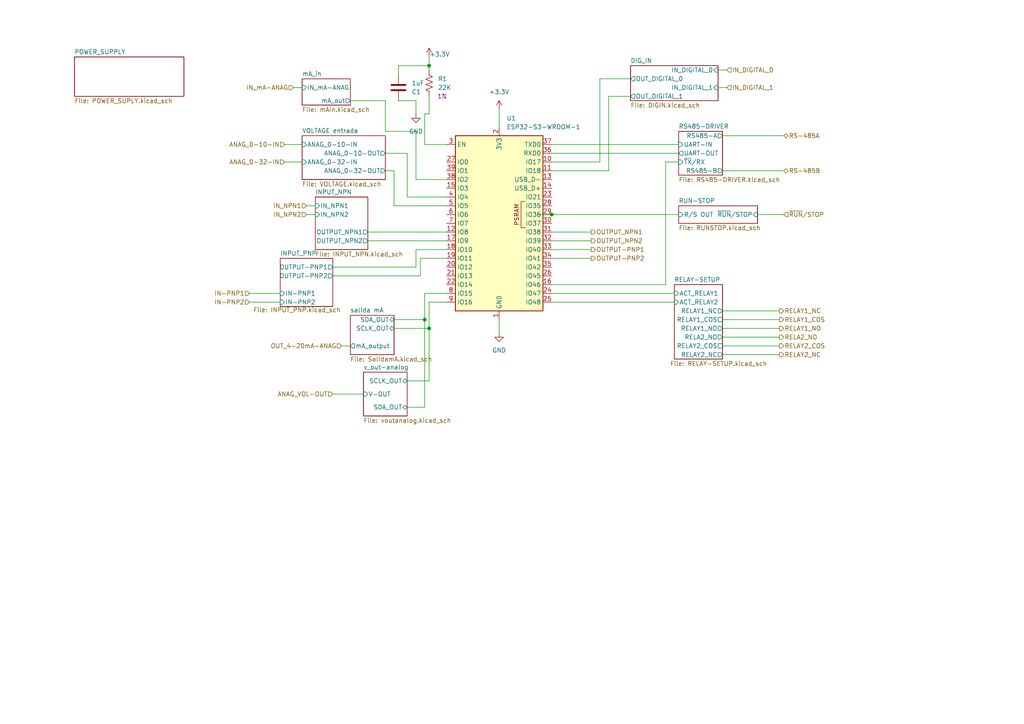
<source format=kicad_sch>
(kicad_sch
	(version 20250114)
	(generator "eeschema")
	(generator_version "9.0")
	(uuid "0f7374b7-d313-4735-b4fb-41d9c6e14ba0")
	(paper "A4")
	(lib_symbols
		(symbol "Device:R_US"
			(pin_numbers
				(hide yes)
			)
			(pin_names
				(offset 0)
			)
			(exclude_from_sim no)
			(in_bom yes)
			(on_board yes)
			(property "Reference" "R"
				(at 2.54 0 90)
				(effects
					(font
						(size 1.27 1.27)
					)
				)
			)
			(property "Value" "R_US"
				(at -2.54 0 90)
				(effects
					(font
						(size 1.27 1.27)
					)
				)
			)
			(property "Footprint" ""
				(at 1.016 -0.254 90)
				(effects
					(font
						(size 1.27 1.27)
					)
					(hide yes)
				)
			)
			(property "Datasheet" "~"
				(at 0 0 0)
				(effects
					(font
						(size 1.27 1.27)
					)
					(hide yes)
				)
			)
			(property "Description" "Resistor, US symbol"
				(at 0 0 0)
				(effects
					(font
						(size 1.27 1.27)
					)
					(hide yes)
				)
			)
			(property "ki_keywords" "R res resistor"
				(at 0 0 0)
				(effects
					(font
						(size 1.27 1.27)
					)
					(hide yes)
				)
			)
			(property "ki_fp_filters" "R_*"
				(at 0 0 0)
				(effects
					(font
						(size 1.27 1.27)
					)
					(hide yes)
				)
			)
			(symbol "R_US_0_1"
				(polyline
					(pts
						(xy 0 2.286) (xy 0 2.54)
					)
					(stroke
						(width 0)
						(type default)
					)
					(fill
						(type none)
					)
				)
				(polyline
					(pts
						(xy 0 2.286) (xy 1.016 1.905) (xy 0 1.524) (xy -1.016 1.143) (xy 0 0.762)
					)
					(stroke
						(width 0)
						(type default)
					)
					(fill
						(type none)
					)
				)
				(polyline
					(pts
						(xy 0 0.762) (xy 1.016 0.381) (xy 0 0) (xy -1.016 -0.381) (xy 0 -0.762)
					)
					(stroke
						(width 0)
						(type default)
					)
					(fill
						(type none)
					)
				)
				(polyline
					(pts
						(xy 0 -0.762) (xy 1.016 -1.143) (xy 0 -1.524) (xy -1.016 -1.905) (xy 0 -2.286)
					)
					(stroke
						(width 0)
						(type default)
					)
					(fill
						(type none)
					)
				)
				(polyline
					(pts
						(xy 0 -2.286) (xy 0 -2.54)
					)
					(stroke
						(width 0)
						(type default)
					)
					(fill
						(type none)
					)
				)
			)
			(symbol "R_US_1_1"
				(pin passive line
					(at 0 3.81 270)
					(length 1.27)
					(name "~"
						(effects
							(font
								(size 1.27 1.27)
							)
						)
					)
					(number "1"
						(effects
							(font
								(size 1.27 1.27)
							)
						)
					)
				)
				(pin passive line
					(at 0 -3.81 90)
					(length 1.27)
					(name "~"
						(effects
							(font
								(size 1.27 1.27)
							)
						)
					)
					(number "2"
						(effects
							(font
								(size 1.27 1.27)
							)
						)
					)
				)
			)
			(embedded_fonts no)
		)
		(symbol "PCM_4ms_Power-symbol:+3.3V"
			(power)
			(pin_names
				(offset 0)
			)
			(exclude_from_sim no)
			(in_bom yes)
			(on_board yes)
			(property "Reference" "#PWR"
				(at 0 -3.81 0)
				(effects
					(font
						(size 1.27 1.27)
					)
					(hide yes)
				)
			)
			(property "Value" "+3.3V"
				(at 0 3.556 0)
				(effects
					(font
						(size 1.27 1.27)
					)
				)
			)
			(property "Footprint" ""
				(at 0 0 0)
				(effects
					(font
						(size 1.27 1.27)
					)
					(hide yes)
				)
			)
			(property "Datasheet" ""
				(at 0 0 0)
				(effects
					(font
						(size 1.27 1.27)
					)
					(hide yes)
				)
			)
			(property "Description" ""
				(at 0 0 0)
				(effects
					(font
						(size 1.27 1.27)
					)
					(hide yes)
				)
			)
			(symbol "+3.3V_0_1"
				(polyline
					(pts
						(xy -0.762 1.27) (xy 0 2.54)
					)
					(stroke
						(width 0)
						(type default)
					)
					(fill
						(type none)
					)
				)
				(polyline
					(pts
						(xy 0 2.54) (xy 0.762 1.27)
					)
					(stroke
						(width 0)
						(type default)
					)
					(fill
						(type none)
					)
				)
				(polyline
					(pts
						(xy 0 0) (xy 0 2.54)
					)
					(stroke
						(width 0)
						(type default)
					)
					(fill
						(type none)
					)
				)
			)
			(symbol "+3.3V_1_1"
				(pin power_in line
					(at 0 0 90)
					(length 0)
					(hide yes)
					(name "+3V3"
						(effects
							(font
								(size 1.27 1.27)
							)
						)
					)
					(number "1"
						(effects
							(font
								(size 1.27 1.27)
							)
						)
					)
				)
			)
			(embedded_fonts no)
		)
		(symbol "PCM_Capacitor_AKL:C_0603"
			(pin_numbers
				(hide yes)
			)
			(pin_names
				(offset 0.254)
			)
			(exclude_from_sim no)
			(in_bom yes)
			(on_board yes)
			(property "Reference" "C"
				(at 0.635 2.54 0)
				(effects
					(font
						(size 1.27 1.27)
					)
					(justify left)
				)
			)
			(property "Value" "C_0603"
				(at 0.635 -2.54 0)
				(effects
					(font
						(size 1.27 1.27)
					)
					(justify left)
				)
			)
			(property "Footprint" "PCM_Capacitor_SMD_AKL:C_0603_1608Metric"
				(at 0.9652 -3.81 0)
				(effects
					(font
						(size 1.27 1.27)
					)
					(hide yes)
				)
			)
			(property "Datasheet" "~"
				(at 0 0 0)
				(effects
					(font
						(size 1.27 1.27)
					)
					(hide yes)
				)
			)
			(property "Description" "SMD 0603 MLCC capacitor, Alternate KiCad Library"
				(at 0 0 0)
				(effects
					(font
						(size 1.27 1.27)
					)
					(hide yes)
				)
			)
			(property "ki_keywords" "cap capacitor ceramic chip mlcc smd 0603"
				(at 0 0 0)
				(effects
					(font
						(size 1.27 1.27)
					)
					(hide yes)
				)
			)
			(property "ki_fp_filters" "C_*"
				(at 0 0 0)
				(effects
					(font
						(size 1.27 1.27)
					)
					(hide yes)
				)
			)
			(symbol "C_0603_0_1"
				(polyline
					(pts
						(xy -2.032 0.762) (xy 2.032 0.762)
					)
					(stroke
						(width 0.508)
						(type default)
					)
					(fill
						(type none)
					)
				)
				(polyline
					(pts
						(xy -2.032 -0.762) (xy 2.032 -0.762)
					)
					(stroke
						(width 0.508)
						(type default)
					)
					(fill
						(type none)
					)
				)
			)
			(symbol "C_0603_0_2"
				(polyline
					(pts
						(xy -2.54 -2.54) (xy -0.381 -0.381)
					)
					(stroke
						(width 0)
						(type default)
					)
					(fill
						(type none)
					)
				)
				(polyline
					(pts
						(xy -0.508 -0.508) (xy -1.651 0.635)
					)
					(stroke
						(width 0.508)
						(type default)
					)
					(fill
						(type none)
					)
				)
				(polyline
					(pts
						(xy -0.508 -0.508) (xy 0.635 -1.651)
					)
					(stroke
						(width 0.508)
						(type default)
					)
					(fill
						(type none)
					)
				)
				(polyline
					(pts
						(xy 0.381 0.381) (xy 2.54 2.54)
					)
					(stroke
						(width 0)
						(type default)
					)
					(fill
						(type none)
					)
				)
				(polyline
					(pts
						(xy 0.508 0.508) (xy -0.635 1.651)
					)
					(stroke
						(width 0.508)
						(type default)
					)
					(fill
						(type none)
					)
				)
				(polyline
					(pts
						(xy 0.508 0.508) (xy 1.651 -0.635)
					)
					(stroke
						(width 0.508)
						(type default)
					)
					(fill
						(type none)
					)
				)
			)
			(symbol "C_0603_1_1"
				(pin passive line
					(at 0 3.81 270)
					(length 2.794)
					(name "~"
						(effects
							(font
								(size 1.27 1.27)
							)
						)
					)
					(number "1"
						(effects
							(font
								(size 1.27 1.27)
							)
						)
					)
				)
				(pin passive line
					(at 0 -3.81 90)
					(length 2.794)
					(name "~"
						(effects
							(font
								(size 1.27 1.27)
							)
						)
					)
					(number "2"
						(effects
							(font
								(size 1.27 1.27)
							)
						)
					)
				)
			)
			(symbol "C_0603_1_2"
				(pin passive line
					(at -2.54 -2.54 90)
					(length 0)
					(name "~"
						(effects
							(font
								(size 1.27 1.27)
							)
						)
					)
					(number "2"
						(effects
							(font
								(size 1.27 1.27)
							)
						)
					)
				)
				(pin passive line
					(at 2.54 2.54 270)
					(length 0)
					(name "~"
						(effects
							(font
								(size 1.27 1.27)
							)
						)
					)
					(number "1"
						(effects
							(font
								(size 1.27 1.27)
							)
						)
					)
				)
			)
			(embedded_fonts no)
		)
		(symbol "RF_Module:ESP32-S3-WROOM-1"
			(exclude_from_sim no)
			(in_bom yes)
			(on_board yes)
			(property "Reference" "U"
				(at -12.7 26.67 0)
				(effects
					(font
						(size 1.27 1.27)
					)
				)
			)
			(property "Value" "ESP32-S3-WROOM-1"
				(at 12.7 26.67 0)
				(effects
					(font
						(size 1.27 1.27)
					)
				)
			)
			(property "Footprint" "RF_Module:ESP32-S3-WROOM-1"
				(at 0 2.54 0)
				(effects
					(font
						(size 1.27 1.27)
					)
					(hide yes)
				)
			)
			(property "Datasheet" "https://www.espressif.com/sites/default/files/documentation/esp32-s3-wroom-1_wroom-1u_datasheet_en.pdf"
				(at 0 0 0)
				(effects
					(font
						(size 1.27 1.27)
					)
					(hide yes)
				)
			)
			(property "Description" "RF Module, ESP32-S3 SoC, Wi-Fi 802.11b/g/n, Bluetooth, BLE, 32-bit, 3.3V, onboard antenna, SMD"
				(at 0 0 0)
				(effects
					(font
						(size 1.27 1.27)
					)
					(hide yes)
				)
			)
			(property "ki_keywords" "RF Radio BT ESP ESP32-S3 Espressif onboard PCB antenna"
				(at 0 0 0)
				(effects
					(font
						(size 1.27 1.27)
					)
					(hide yes)
				)
			)
			(property "ki_fp_filters" "ESP32?S3?WROOM?1*"
				(at 0 0 0)
				(effects
					(font
						(size 1.27 1.27)
					)
					(hide yes)
				)
			)
			(symbol "ESP32-S3-WROOM-1_0_0"
				(rectangle
					(start -12.7 25.4)
					(end 12.7 -25.4)
					(stroke
						(width 0.254)
						(type default)
					)
					(fill
						(type background)
					)
				)
				(text "PSRAM"
					(at 5.08 2.54 900)
					(effects
						(font
							(size 1.27 1.27)
						)
					)
				)
			)
			(symbol "ESP32-S3-WROOM-1_0_1"
				(polyline
					(pts
						(xy 7.62 -1.27) (xy 6.35 -1.27) (xy 6.35 6.35) (xy 7.62 6.35)
					)
					(stroke
						(width 0)
						(type default)
					)
					(fill
						(type none)
					)
				)
			)
			(symbol "ESP32-S3-WROOM-1_1_1"
				(pin input line
					(at -15.24 22.86 0)
					(length 2.54)
					(name "EN"
						(effects
							(font
								(size 1.27 1.27)
							)
						)
					)
					(number "3"
						(effects
							(font
								(size 1.27 1.27)
							)
						)
					)
				)
				(pin bidirectional line
					(at -15.24 17.78 0)
					(length 2.54)
					(name "IO0"
						(effects
							(font
								(size 1.27 1.27)
							)
						)
					)
					(number "27"
						(effects
							(font
								(size 1.27 1.27)
							)
						)
					)
				)
				(pin bidirectional line
					(at -15.24 15.24 0)
					(length 2.54)
					(name "IO1"
						(effects
							(font
								(size 1.27 1.27)
							)
						)
					)
					(number "39"
						(effects
							(font
								(size 1.27 1.27)
							)
						)
					)
				)
				(pin bidirectional line
					(at -15.24 12.7 0)
					(length 2.54)
					(name "IO2"
						(effects
							(font
								(size 1.27 1.27)
							)
						)
					)
					(number "38"
						(effects
							(font
								(size 1.27 1.27)
							)
						)
					)
				)
				(pin bidirectional line
					(at -15.24 10.16 0)
					(length 2.54)
					(name "IO3"
						(effects
							(font
								(size 1.27 1.27)
							)
						)
					)
					(number "15"
						(effects
							(font
								(size 1.27 1.27)
							)
						)
					)
				)
				(pin bidirectional line
					(at -15.24 7.62 0)
					(length 2.54)
					(name "IO4"
						(effects
							(font
								(size 1.27 1.27)
							)
						)
					)
					(number "4"
						(effects
							(font
								(size 1.27 1.27)
							)
						)
					)
				)
				(pin bidirectional line
					(at -15.24 5.08 0)
					(length 2.54)
					(name "IO5"
						(effects
							(font
								(size 1.27 1.27)
							)
						)
					)
					(number "5"
						(effects
							(font
								(size 1.27 1.27)
							)
						)
					)
				)
				(pin bidirectional line
					(at -15.24 2.54 0)
					(length 2.54)
					(name "IO6"
						(effects
							(font
								(size 1.27 1.27)
							)
						)
					)
					(number "6"
						(effects
							(font
								(size 1.27 1.27)
							)
						)
					)
				)
				(pin bidirectional line
					(at -15.24 0 0)
					(length 2.54)
					(name "IO7"
						(effects
							(font
								(size 1.27 1.27)
							)
						)
					)
					(number "7"
						(effects
							(font
								(size 1.27 1.27)
							)
						)
					)
				)
				(pin bidirectional line
					(at -15.24 -2.54 0)
					(length 2.54)
					(name "IO8"
						(effects
							(font
								(size 1.27 1.27)
							)
						)
					)
					(number "12"
						(effects
							(font
								(size 1.27 1.27)
							)
						)
					)
				)
				(pin bidirectional line
					(at -15.24 -5.08 0)
					(length 2.54)
					(name "IO9"
						(effects
							(font
								(size 1.27 1.27)
							)
						)
					)
					(number "17"
						(effects
							(font
								(size 1.27 1.27)
							)
						)
					)
				)
				(pin bidirectional line
					(at -15.24 -7.62 0)
					(length 2.54)
					(name "IO10"
						(effects
							(font
								(size 1.27 1.27)
							)
						)
					)
					(number "18"
						(effects
							(font
								(size 1.27 1.27)
							)
						)
					)
				)
				(pin bidirectional line
					(at -15.24 -10.16 0)
					(length 2.54)
					(name "IO11"
						(effects
							(font
								(size 1.27 1.27)
							)
						)
					)
					(number "19"
						(effects
							(font
								(size 1.27 1.27)
							)
						)
					)
				)
				(pin bidirectional line
					(at -15.24 -12.7 0)
					(length 2.54)
					(name "IO12"
						(effects
							(font
								(size 1.27 1.27)
							)
						)
					)
					(number "20"
						(effects
							(font
								(size 1.27 1.27)
							)
						)
					)
				)
				(pin bidirectional line
					(at -15.24 -15.24 0)
					(length 2.54)
					(name "IO13"
						(effects
							(font
								(size 1.27 1.27)
							)
						)
					)
					(number "21"
						(effects
							(font
								(size 1.27 1.27)
							)
						)
					)
				)
				(pin bidirectional line
					(at -15.24 -17.78 0)
					(length 2.54)
					(name "IO14"
						(effects
							(font
								(size 1.27 1.27)
							)
						)
					)
					(number "22"
						(effects
							(font
								(size 1.27 1.27)
							)
						)
					)
				)
				(pin bidirectional line
					(at -15.24 -20.32 0)
					(length 2.54)
					(name "IO15"
						(effects
							(font
								(size 1.27 1.27)
							)
						)
					)
					(number "8"
						(effects
							(font
								(size 1.27 1.27)
							)
						)
					)
				)
				(pin bidirectional line
					(at -15.24 -22.86 0)
					(length 2.54)
					(name "IO16"
						(effects
							(font
								(size 1.27 1.27)
							)
						)
					)
					(number "9"
						(effects
							(font
								(size 1.27 1.27)
							)
						)
					)
				)
				(pin power_in line
					(at 0 27.94 270)
					(length 2.54)
					(name "3V3"
						(effects
							(font
								(size 1.27 1.27)
							)
						)
					)
					(number "2"
						(effects
							(font
								(size 1.27 1.27)
							)
						)
					)
				)
				(pin power_in line
					(at 0 -27.94 90)
					(length 2.54)
					(name "GND"
						(effects
							(font
								(size 1.27 1.27)
							)
						)
					)
					(number "1"
						(effects
							(font
								(size 1.27 1.27)
							)
						)
					)
				)
				(pin passive line
					(at 0 -27.94 90)
					(length 2.54)
					(hide yes)
					(name "GND"
						(effects
							(font
								(size 1.27 1.27)
							)
						)
					)
					(number "40"
						(effects
							(font
								(size 1.27 1.27)
							)
						)
					)
				)
				(pin passive line
					(at 0 -27.94 90)
					(length 2.54)
					(hide yes)
					(name "GND"
						(effects
							(font
								(size 1.27 1.27)
							)
						)
					)
					(number "41"
						(effects
							(font
								(size 1.27 1.27)
							)
						)
					)
				)
				(pin bidirectional line
					(at 15.24 22.86 180)
					(length 2.54)
					(name "TXD0"
						(effects
							(font
								(size 1.27 1.27)
							)
						)
					)
					(number "37"
						(effects
							(font
								(size 1.27 1.27)
							)
						)
					)
				)
				(pin bidirectional line
					(at 15.24 20.32 180)
					(length 2.54)
					(name "RXD0"
						(effects
							(font
								(size 1.27 1.27)
							)
						)
					)
					(number "36"
						(effects
							(font
								(size 1.27 1.27)
							)
						)
					)
				)
				(pin bidirectional line
					(at 15.24 17.78 180)
					(length 2.54)
					(name "IO17"
						(effects
							(font
								(size 1.27 1.27)
							)
						)
					)
					(number "10"
						(effects
							(font
								(size 1.27 1.27)
							)
						)
					)
				)
				(pin bidirectional line
					(at 15.24 15.24 180)
					(length 2.54)
					(name "IO18"
						(effects
							(font
								(size 1.27 1.27)
							)
						)
					)
					(number "11"
						(effects
							(font
								(size 1.27 1.27)
							)
						)
					)
				)
				(pin bidirectional line
					(at 15.24 12.7 180)
					(length 2.54)
					(name "USB_D-"
						(effects
							(font
								(size 1.27 1.27)
							)
						)
					)
					(number "13"
						(effects
							(font
								(size 1.27 1.27)
							)
						)
					)
					(alternate "IO19" bidirectional line)
				)
				(pin bidirectional line
					(at 15.24 10.16 180)
					(length 2.54)
					(name "USB_D+"
						(effects
							(font
								(size 1.27 1.27)
							)
						)
					)
					(number "14"
						(effects
							(font
								(size 1.27 1.27)
							)
						)
					)
					(alternate "IO20" bidirectional line)
				)
				(pin bidirectional line
					(at 15.24 7.62 180)
					(length 2.54)
					(name "IO21"
						(effects
							(font
								(size 1.27 1.27)
							)
						)
					)
					(number "23"
						(effects
							(font
								(size 1.27 1.27)
							)
						)
					)
				)
				(pin bidirectional line
					(at 15.24 5.08 180)
					(length 2.54)
					(name "IO35"
						(effects
							(font
								(size 1.27 1.27)
							)
						)
					)
					(number "28"
						(effects
							(font
								(size 1.27 1.27)
							)
						)
					)
				)
				(pin bidirectional line
					(at 15.24 2.54 180)
					(length 2.54)
					(name "IO36"
						(effects
							(font
								(size 1.27 1.27)
							)
						)
					)
					(number "29"
						(effects
							(font
								(size 1.27 1.27)
							)
						)
					)
				)
				(pin bidirectional line
					(at 15.24 0 180)
					(length 2.54)
					(name "IO37"
						(effects
							(font
								(size 1.27 1.27)
							)
						)
					)
					(number "30"
						(effects
							(font
								(size 1.27 1.27)
							)
						)
					)
				)
				(pin bidirectional line
					(at 15.24 -2.54 180)
					(length 2.54)
					(name "IO38"
						(effects
							(font
								(size 1.27 1.27)
							)
						)
					)
					(number "31"
						(effects
							(font
								(size 1.27 1.27)
							)
						)
					)
				)
				(pin bidirectional line
					(at 15.24 -5.08 180)
					(length 2.54)
					(name "IO39"
						(effects
							(font
								(size 1.27 1.27)
							)
						)
					)
					(number "32"
						(effects
							(font
								(size 1.27 1.27)
							)
						)
					)
				)
				(pin bidirectional line
					(at 15.24 -7.62 180)
					(length 2.54)
					(name "IO40"
						(effects
							(font
								(size 1.27 1.27)
							)
						)
					)
					(number "33"
						(effects
							(font
								(size 1.27 1.27)
							)
						)
					)
				)
				(pin bidirectional line
					(at 15.24 -10.16 180)
					(length 2.54)
					(name "IO41"
						(effects
							(font
								(size 1.27 1.27)
							)
						)
					)
					(number "34"
						(effects
							(font
								(size 1.27 1.27)
							)
						)
					)
				)
				(pin bidirectional line
					(at 15.24 -12.7 180)
					(length 2.54)
					(name "IO42"
						(effects
							(font
								(size 1.27 1.27)
							)
						)
					)
					(number "35"
						(effects
							(font
								(size 1.27 1.27)
							)
						)
					)
				)
				(pin bidirectional line
					(at 15.24 -15.24 180)
					(length 2.54)
					(name "IO45"
						(effects
							(font
								(size 1.27 1.27)
							)
						)
					)
					(number "26"
						(effects
							(font
								(size 1.27 1.27)
							)
						)
					)
				)
				(pin bidirectional line
					(at 15.24 -17.78 180)
					(length 2.54)
					(name "IO46"
						(effects
							(font
								(size 1.27 1.27)
							)
						)
					)
					(number "16"
						(effects
							(font
								(size 1.27 1.27)
							)
						)
					)
				)
				(pin bidirectional line
					(at 15.24 -20.32 180)
					(length 2.54)
					(name "IO47"
						(effects
							(font
								(size 1.27 1.27)
							)
						)
					)
					(number "24"
						(effects
							(font
								(size 1.27 1.27)
							)
						)
					)
				)
				(pin bidirectional line
					(at 15.24 -22.86 180)
					(length 2.54)
					(name "IO48"
						(effects
							(font
								(size 1.27 1.27)
							)
						)
					)
					(number "25"
						(effects
							(font
								(size 1.27 1.27)
							)
						)
					)
				)
			)
			(embedded_fonts no)
		)
		(symbol "power:GND"
			(power)
			(pin_numbers
				(hide yes)
			)
			(pin_names
				(offset 0)
				(hide yes)
			)
			(exclude_from_sim no)
			(in_bom yes)
			(on_board yes)
			(property "Reference" "#PWR"
				(at 0 -6.35 0)
				(effects
					(font
						(size 1.27 1.27)
					)
					(hide yes)
				)
			)
			(property "Value" "GND"
				(at 0 -3.81 0)
				(effects
					(font
						(size 1.27 1.27)
					)
				)
			)
			(property "Footprint" ""
				(at 0 0 0)
				(effects
					(font
						(size 1.27 1.27)
					)
					(hide yes)
				)
			)
			(property "Datasheet" ""
				(at 0 0 0)
				(effects
					(font
						(size 1.27 1.27)
					)
					(hide yes)
				)
			)
			(property "Description" "Power symbol creates a global label with name \"GND\" , ground"
				(at 0 0 0)
				(effects
					(font
						(size 1.27 1.27)
					)
					(hide yes)
				)
			)
			(property "ki_keywords" "global power"
				(at 0 0 0)
				(effects
					(font
						(size 1.27 1.27)
					)
					(hide yes)
				)
			)
			(symbol "GND_0_1"
				(polyline
					(pts
						(xy 0 0) (xy 0 -1.27) (xy 1.27 -1.27) (xy 0 -2.54) (xy -1.27 -1.27) (xy 0 -1.27)
					)
					(stroke
						(width 0)
						(type default)
					)
					(fill
						(type none)
					)
				)
			)
			(symbol "GND_1_1"
				(pin power_in line
					(at 0 0 270)
					(length 0)
					(name "~"
						(effects
							(font
								(size 1.27 1.27)
							)
						)
					)
					(number "1"
						(effects
							(font
								(size 1.27 1.27)
							)
						)
					)
				)
			)
			(embedded_fonts no)
		)
	)
	(junction
		(at 160.02 62.23)
		(diameter 0)
		(color 0 0 0 0)
		(uuid "5a334abc-2694-415a-96d2-4b31337bca0d")
	)
	(junction
		(at 124.46 19.05)
		(diameter 0)
		(color 0 0 0 0)
		(uuid "5c7966ed-a368-49f6-97a4-d318db61fbe2")
	)
	(junction
		(at 124.46 95.25)
		(diameter 0)
		(color 0 0 0 0)
		(uuid "892f2ab9-14ba-4016-8565-8470a4388fd1")
	)
	(junction
		(at 123.19 92.71)
		(diameter 0)
		(color 0 0 0 0)
		(uuid "c06294a4-bbf9-42fc-9597-0744bfe0109e")
	)
	(wire
		(pts
			(xy 82.55 46.99) (xy 87.63 46.99)
		)
		(stroke
			(width 0)
			(type default)
		)
		(uuid "036d04a8-e5d1-4bc1-af63-80f390d91c6d")
	)
	(wire
		(pts
			(xy 118.11 57.15) (xy 129.54 57.15)
		)
		(stroke
			(width 0)
			(type default)
		)
		(uuid "07207d50-5d14-46a9-a745-4fdea519201b")
	)
	(wire
		(pts
			(xy 120.65 38.1) (xy 120.65 52.07)
		)
		(stroke
			(width 0)
			(type default)
		)
		(uuid "07565519-3411-41fe-8c7c-5a2a94893bce")
	)
	(wire
		(pts
			(xy 118.11 44.45) (xy 118.11 57.15)
		)
		(stroke
			(width 0)
			(type default)
		)
		(uuid "08f486c2-72f7-4e44-b3e8-f1ad5bb36b22")
	)
	(wire
		(pts
			(xy 209.55 90.17) (xy 226.06 90.17)
		)
		(stroke
			(width 0)
			(type default)
		)
		(uuid "0997dd1a-465f-4bbd-b9b2-c573f45d754f")
	)
	(wire
		(pts
			(xy 106.68 67.31) (xy 129.54 67.31)
		)
		(stroke
			(width 0)
			(type default)
		)
		(uuid "0c27c378-37bf-4f3f-98c8-1f9b2ad59e22")
	)
	(wire
		(pts
			(xy 193.04 46.99) (xy 193.04 82.55)
		)
		(stroke
			(width 0)
			(type default)
		)
		(uuid "0c73c562-9b46-4598-8c9e-571817862f9a")
	)
	(wire
		(pts
			(xy 123.19 33.02) (xy 123.19 41.91)
		)
		(stroke
			(width 0)
			(type default)
		)
		(uuid "0c9ce603-13db-4c85-8c59-f85b08b857d1")
	)
	(wire
		(pts
			(xy 209.55 49.53) (xy 227.33 49.53)
		)
		(stroke
			(width 0)
			(type default)
		)
		(uuid "0d795ff2-4636-49aa-abac-1f6a0c137d4f")
	)
	(wire
		(pts
			(xy 123.19 85.09) (xy 129.54 85.09)
		)
		(stroke
			(width 0)
			(type default)
		)
		(uuid "10183499-c225-4b10-a17b-2ef981a3a454")
	)
	(wire
		(pts
			(xy 96.52 77.47) (xy 120.65 77.47)
		)
		(stroke
			(width 0)
			(type default)
		)
		(uuid "1418097a-0ad3-4e9b-b2b1-28c9e71371e3")
	)
	(wire
		(pts
			(xy 173.99 22.86) (xy 173.99 46.99)
		)
		(stroke
			(width 0)
			(type default)
		)
		(uuid "274f3318-fbd9-42ea-b885-27ed7577180f")
	)
	(wire
		(pts
			(xy 209.55 95.25) (xy 226.06 95.25)
		)
		(stroke
			(width 0)
			(type default)
		)
		(uuid "27ec4642-170f-4bb7-96a3-ef4ca0e82676")
	)
	(wire
		(pts
			(xy 120.65 29.21) (xy 115.57 29.21)
		)
		(stroke
			(width 0)
			(type default)
		)
		(uuid "2b17e7f0-d7ee-4695-baca-60243055f580")
	)
	(wire
		(pts
			(xy 123.19 118.11) (xy 123.19 92.71)
		)
		(stroke
			(width 0)
			(type default)
		)
		(uuid "2e8c7aa2-db9c-44b6-972d-5d52321a2847")
	)
	(wire
		(pts
			(xy 96.52 114.3) (xy 105.41 114.3)
		)
		(stroke
			(width 0)
			(type default)
		)
		(uuid "3019777b-69dd-49c4-894b-67dbd86de613")
	)
	(wire
		(pts
			(xy 124.46 110.49) (xy 124.46 95.25)
		)
		(stroke
			(width 0)
			(type default)
		)
		(uuid "30a061d6-863c-43fb-821b-72a25435fa49")
	)
	(wire
		(pts
			(xy 209.55 97.79) (xy 226.06 97.79)
		)
		(stroke
			(width 0)
			(type default)
		)
		(uuid "3263698e-9d83-42c4-a4fe-9933ca6cde0b")
	)
	(wire
		(pts
			(xy 88.9 62.23) (xy 91.44 62.23)
		)
		(stroke
			(width 0)
			(type default)
		)
		(uuid "352ccfed-bd90-4927-b4ee-43c4931b8f03")
	)
	(wire
		(pts
			(xy 156.21 62.23) (xy 160.02 62.23)
		)
		(stroke
			(width 0)
			(type default)
		)
		(uuid "376f07cd-2770-4d11-a59c-a5098210d9e5")
	)
	(wire
		(pts
			(xy 124.46 16.51) (xy 124.46 19.05)
		)
		(stroke
			(width 0)
			(type default)
		)
		(uuid "38f438f9-8732-4541-8b9d-015aa9abc849")
	)
	(wire
		(pts
			(xy 121.92 80.01) (xy 121.92 74.93)
		)
		(stroke
			(width 0)
			(type default)
		)
		(uuid "3bc7e5b0-f3b1-405f-918a-3c14105208cc")
	)
	(wire
		(pts
			(xy 193.04 46.99) (xy 196.85 46.99)
		)
		(stroke
			(width 0)
			(type default)
		)
		(uuid "3c4e693a-da08-4fbc-8cb1-2ccc1c4333b3")
	)
	(wire
		(pts
			(xy 160.02 62.23) (xy 196.85 62.23)
		)
		(stroke
			(width 0)
			(type default)
		)
		(uuid "3eb44eb1-85fc-4950-9309-f1a311966163")
	)
	(wire
		(pts
			(xy 160.02 67.31) (xy 171.45 67.31)
		)
		(stroke
			(width 0)
			(type default)
		)
		(uuid "3fe57a47-534e-40ae-a5e4-3aa06d494a5b")
	)
	(wire
		(pts
			(xy 160.02 87.63) (xy 195.58 87.63)
		)
		(stroke
			(width 0)
			(type default)
		)
		(uuid "403c1236-4da9-43e8-99a9-b744c65fa529")
	)
	(wire
		(pts
			(xy 209.55 39.37) (xy 227.33 39.37)
		)
		(stroke
			(width 0)
			(type default)
		)
		(uuid "4273fc58-e415-4da8-9d2b-94d71f3f1f61")
	)
	(wire
		(pts
			(xy 193.04 82.55) (xy 160.02 82.55)
		)
		(stroke
			(width 0)
			(type default)
		)
		(uuid "44ef1acb-ff4b-429e-be01-13f92402e175")
	)
	(wire
		(pts
			(xy 144.78 92.71) (xy 144.78 96.52)
		)
		(stroke
			(width 0)
			(type default)
		)
		(uuid "46136f2e-b224-4d0f-8856-881e2647386c")
	)
	(wire
		(pts
			(xy 219.71 62.23) (xy 227.33 62.23)
		)
		(stroke
			(width 0)
			(type default)
		)
		(uuid "49d42118-0093-4ffd-ab0a-978c9d47ac12")
	)
	(wire
		(pts
			(xy 118.11 110.49) (xy 124.46 110.49)
		)
		(stroke
			(width 0)
			(type default)
		)
		(uuid "4a003e0b-526b-464f-b1d3-77dffb4304ff")
	)
	(wire
		(pts
			(xy 209.55 102.87) (xy 226.06 102.87)
		)
		(stroke
			(width 0)
			(type default)
		)
		(uuid "4da45a45-2920-4a53-999e-a13c20e97b9c")
	)
	(wire
		(pts
			(xy 209.55 92.71) (xy 226.06 92.71)
		)
		(stroke
			(width 0)
			(type default)
		)
		(uuid "50cf6163-91d3-4995-a4fa-153b8e8d8478")
	)
	(wire
		(pts
			(xy 111.76 38.1) (xy 120.65 38.1)
		)
		(stroke
			(width 0)
			(type default)
		)
		(uuid "5cb1fef9-f86b-4bc9-99f3-52750b705b8a")
	)
	(wire
		(pts
			(xy 210.82 25.4) (xy 208.28 25.4)
		)
		(stroke
			(width 0)
			(type default)
		)
		(uuid "61bbca03-cb28-4b3f-bbde-8e29ba4dff7a")
	)
	(wire
		(pts
			(xy 114.3 95.25) (xy 124.46 95.25)
		)
		(stroke
			(width 0)
			(type default)
		)
		(uuid "621e8292-be7c-4332-8986-03a0dfe9131e")
	)
	(wire
		(pts
			(xy 115.57 19.05) (xy 124.46 19.05)
		)
		(stroke
			(width 0)
			(type default)
		)
		(uuid "625b2e39-e31a-4225-8ff0-b6898df8c7e2")
	)
	(wire
		(pts
			(xy 173.99 46.99) (xy 160.02 46.99)
		)
		(stroke
			(width 0)
			(type default)
		)
		(uuid "63fe0694-c443-4618-8f65-8a99b03169a1")
	)
	(wire
		(pts
			(xy 118.11 118.11) (xy 123.19 118.11)
		)
		(stroke
			(width 0)
			(type default)
		)
		(uuid "654d9c71-cbed-4867-abfc-ea15cb52264f")
	)
	(wire
		(pts
			(xy 209.55 100.33) (xy 226.06 100.33)
		)
		(stroke
			(width 0)
			(type default)
		)
		(uuid "67042823-f965-4c42-9b8c-a9e3d7826b97")
	)
	(wire
		(pts
			(xy 124.46 27.94) (xy 124.46 33.02)
		)
		(stroke
			(width 0)
			(type default)
		)
		(uuid "67563989-596b-4888-a32b-a41c4bc8b62e")
	)
	(wire
		(pts
			(xy 115.57 21.59) (xy 115.57 19.05)
		)
		(stroke
			(width 0)
			(type default)
		)
		(uuid "6ba213b7-ac87-45c3-b6ac-3bbe7b577c78")
	)
	(wire
		(pts
			(xy 106.68 69.85) (xy 129.54 69.85)
		)
		(stroke
			(width 0)
			(type default)
		)
		(uuid "6dc3ab0b-5e13-48cd-936d-7deaa1c6622a")
	)
	(wire
		(pts
			(xy 160.02 41.91) (xy 196.85 41.91)
		)
		(stroke
			(width 0)
			(type default)
		)
		(uuid "6e327dfe-3c84-4507-b748-7e9a6abe20a0")
	)
	(wire
		(pts
			(xy 129.54 52.07) (xy 120.65 52.07)
		)
		(stroke
			(width 0)
			(type default)
		)
		(uuid "7083f2c4-0ac8-4670-9553-613f589b634a")
	)
	(wire
		(pts
			(xy 124.46 87.63) (xy 124.46 95.25)
		)
		(stroke
			(width 0)
			(type default)
		)
		(uuid "719cacc4-11fa-4eab-ad3f-1c6029015385")
	)
	(wire
		(pts
			(xy 111.76 29.21) (xy 111.76 38.1)
		)
		(stroke
			(width 0)
			(type default)
		)
		(uuid "807243ad-7a81-4154-9e99-e263c7ea890f")
	)
	(wire
		(pts
			(xy 124.46 19.05) (xy 124.46 20.32)
		)
		(stroke
			(width 0)
			(type default)
		)
		(uuid "8916e109-5119-4d52-b99e-37da4afd48d7")
	)
	(wire
		(pts
			(xy 85.09 25.4) (xy 87.63 25.4)
		)
		(stroke
			(width 0)
			(type default)
		)
		(uuid "89c7d7cc-1f3e-4b3c-a52d-bf29c30e27e9")
	)
	(wire
		(pts
			(xy 160.02 85.09) (xy 195.58 85.09)
		)
		(stroke
			(width 0)
			(type default)
		)
		(uuid "90f7a9d9-728e-4285-9fff-bcba7a1851bf")
	)
	(wire
		(pts
			(xy 120.65 72.39) (xy 129.54 72.39)
		)
		(stroke
			(width 0)
			(type default)
		)
		(uuid "930de9c9-e6c5-404b-9ccd-a5bb55505697")
	)
	(wire
		(pts
			(xy 123.19 92.71) (xy 123.19 85.09)
		)
		(stroke
			(width 0)
			(type default)
		)
		(uuid "934556ca-c510-4d01-ad1d-63668ef89005")
	)
	(wire
		(pts
			(xy 120.65 77.47) (xy 120.65 72.39)
		)
		(stroke
			(width 0)
			(type default)
		)
		(uuid "964433b0-4201-4197-a3ea-fb7078b831ff")
	)
	(wire
		(pts
			(xy 182.88 22.86) (xy 173.99 22.86)
		)
		(stroke
			(width 0)
			(type default)
		)
		(uuid "9f75f492-317e-4be2-9df1-1e42f40fe235")
	)
	(wire
		(pts
			(xy 124.46 33.02) (xy 123.19 33.02)
		)
		(stroke
			(width 0)
			(type default)
		)
		(uuid "a89e3bb3-64b8-49f0-b97c-59670d55a0e9")
	)
	(wire
		(pts
			(xy 160.02 44.45) (xy 196.85 44.45)
		)
		(stroke
			(width 0)
			(type default)
		)
		(uuid "a8f74efc-0636-4c25-aea9-dbfdd59e64bc")
	)
	(wire
		(pts
			(xy 124.46 87.63) (xy 129.54 87.63)
		)
		(stroke
			(width 0)
			(type default)
		)
		(uuid "a9335cea-3f5d-4287-86ea-774b8d91ace0")
	)
	(wire
		(pts
			(xy 120.65 29.21) (xy 120.65 33.02)
		)
		(stroke
			(width 0)
			(type default)
		)
		(uuid "a9eb849e-38d8-4b99-9e4e-84cc83d73a7e")
	)
	(wire
		(pts
			(xy 91.44 59.69) (xy 88.9 59.69)
		)
		(stroke
			(width 0)
			(type default)
		)
		(uuid "ab777cd2-1d54-4234-a6d2-7252cff78fb9")
	)
	(wire
		(pts
			(xy 114.3 59.69) (xy 129.54 59.69)
		)
		(stroke
			(width 0)
			(type default)
		)
		(uuid "b3f50c9e-c58a-4cc6-b664-05060848625c")
	)
	(wire
		(pts
			(xy 160.02 72.39) (xy 171.45 72.39)
		)
		(stroke
			(width 0)
			(type default)
		)
		(uuid "b9b9a62d-28cc-4054-9e54-98cb49072860")
	)
	(wire
		(pts
			(xy 111.76 49.53) (xy 114.3 49.53)
		)
		(stroke
			(width 0)
			(type default)
		)
		(uuid "baf43654-8a3c-49a0-8536-1256c97340f4")
	)
	(wire
		(pts
			(xy 160.02 69.85) (xy 171.45 69.85)
		)
		(stroke
			(width 0)
			(type default)
		)
		(uuid "c55c6765-118c-451f-8161-9df5b8cc384d")
	)
	(wire
		(pts
			(xy 144.78 31.75) (xy 144.78 36.83)
		)
		(stroke
			(width 0)
			(type default)
		)
		(uuid "c59ee052-0a5e-4fe8-bfc9-c93d22881765")
	)
	(wire
		(pts
			(xy 101.6 100.33) (xy 99.06 100.33)
		)
		(stroke
			(width 0)
			(type default)
		)
		(uuid "c852bca7-6d11-4f29-9adf-5a602b2f06ff")
	)
	(wire
		(pts
			(xy 114.3 49.53) (xy 114.3 59.69)
		)
		(stroke
			(width 0)
			(type default)
		)
		(uuid "ce95e52c-de3e-4f2f-96db-f6ff91d463f0")
	)
	(wire
		(pts
			(xy 82.55 41.91) (xy 87.63 41.91)
		)
		(stroke
			(width 0)
			(type default)
		)
		(uuid "d05e3249-e0bc-4f44-8870-f2fa78a48dd5")
	)
	(wire
		(pts
			(xy 101.6 29.21) (xy 111.76 29.21)
		)
		(stroke
			(width 0)
			(type default)
		)
		(uuid "d25b9064-221b-49d9-8913-9de13064a29a")
	)
	(wire
		(pts
			(xy 111.76 44.45) (xy 118.11 44.45)
		)
		(stroke
			(width 0)
			(type default)
		)
		(uuid "d321c60d-305c-4340-959f-97964a15e3e3")
	)
	(wire
		(pts
			(xy 114.3 92.71) (xy 123.19 92.71)
		)
		(stroke
			(width 0)
			(type default)
		)
		(uuid "e1866394-eaa5-4aba-847d-4e2e007e7d53")
	)
	(wire
		(pts
			(xy 72.39 85.09) (xy 81.28 85.09)
		)
		(stroke
			(width 0)
			(type default)
		)
		(uuid "e256863b-1a81-4403-b4f1-b4cd21969259")
	)
	(wire
		(pts
			(xy 123.19 41.91) (xy 129.54 41.91)
		)
		(stroke
			(width 0)
			(type default)
		)
		(uuid "ea7bdeb1-2b66-41df-814f-008c1bb2d894")
	)
	(wire
		(pts
			(xy 160.02 74.93) (xy 171.45 74.93)
		)
		(stroke
			(width 0)
			(type default)
		)
		(uuid "eb2a6df4-c8e6-4be6-9262-65951643b2c0")
	)
	(wire
		(pts
			(xy 182.88 27.94) (xy 176.53 27.94)
		)
		(stroke
			(width 0)
			(type default)
		)
		(uuid "ee7e66e3-06b4-4f88-8b1f-af31bcec1eee")
	)
	(wire
		(pts
			(xy 96.52 80.01) (xy 121.92 80.01)
		)
		(stroke
			(width 0)
			(type default)
		)
		(uuid "eecd1042-b471-45d5-bec2-0366d693b3a2")
	)
	(wire
		(pts
			(xy 176.53 27.94) (xy 176.53 49.53)
		)
		(stroke
			(width 0)
			(type default)
		)
		(uuid "ef0d52dc-cbeb-48b0-b9aa-4386394ca05a")
	)
	(wire
		(pts
			(xy 210.82 20.32) (xy 208.28 20.32)
		)
		(stroke
			(width 0)
			(type default)
		)
		(uuid "f4f5dc77-a1a7-461c-b6e5-a093f1440044")
	)
	(wire
		(pts
			(xy 72.39 87.63) (xy 81.28 87.63)
		)
		(stroke
			(width 0)
			(type default)
		)
		(uuid "f9dd53af-98a0-4e28-9d0c-5769e47c05ce")
	)
	(wire
		(pts
			(xy 176.53 49.53) (xy 160.02 49.53)
		)
		(stroke
			(width 0)
			(type default)
		)
		(uuid "fc88c0ab-2064-484f-9978-753c1f4f1a53")
	)
	(wire
		(pts
			(xy 121.92 74.93) (xy 129.54 74.93)
		)
		(stroke
			(width 0)
			(type default)
		)
		(uuid "ff0c6c4d-982e-4600-bcd2-a0bb3a227f9c")
	)
	(hierarchical_label "IN_DIGITAL_0"
		(shape input)
		(at 210.82 20.32 0)
		(effects
			(font
				(size 1.27 1.27)
			)
			(justify left)
		)
		(uuid "039335f7-cbca-4c3e-b91c-2c6f5ef2d779")
	)
	(hierarchical_label "ANAG_VOL-OUT"
		(shape input)
		(at 96.52 114.3 180)
		(effects
			(font
				(size 1.27 1.27)
			)
			(justify right)
		)
		(uuid "10acbb1c-e7df-4c44-90e8-bfcc91606bbc")
	)
	(hierarchical_label "RS-485A"
		(shape bidirectional)
		(at 227.33 39.37 0)
		(effects
			(font
				(size 1.27 1.27)
			)
			(justify left)
		)
		(uuid "1345bfdf-5f53-419c-ab33-00f2a13e6f43")
	)
	(hierarchical_label "IN-PNP1"
		(shape input)
		(at 72.39 85.09 180)
		(effects
			(font
				(size 1.27 1.27)
			)
			(justify right)
		)
		(uuid "1d64f1c9-1ad9-4b01-89ee-b2c4f954829d")
	)
	(hierarchical_label "RELAY1_COS"
		(shape output)
		(at 226.06 92.71 0)
		(effects
			(font
				(size 1.27 1.27)
			)
			(justify left)
		)
		(uuid "4d0e2d3c-8c67-49cc-abe3-9f60a1ae0825")
	)
	(hierarchical_label "ANAG_0-10-IN"
		(shape input)
		(at 82.55 41.91 180)
		(effects
			(font
				(size 1.27 1.27)
			)
			(justify right)
		)
		(uuid "59d8840e-83cf-4242-b54d-4d1143a5eb63")
	)
	(hierarchical_label "RELAY1_NO"
		(shape output)
		(at 226.06 95.25 0)
		(effects
			(font
				(size 1.27 1.27)
			)
			(justify left)
		)
		(uuid "600dd9b1-3925-4a9e-9f83-6a27572e5ee4")
	)
	(hierarchical_label "RELAY2_NC"
		(shape output)
		(at 226.06 102.87 0)
		(effects
			(font
				(size 1.27 1.27)
			)
			(justify left)
		)
		(uuid "747faeae-4c43-4dc0-be1d-1c8f2f171a7f")
	)
	(hierarchical_label "OUTPUT_NPN2"
		(shape output)
		(at 171.45 69.85 0)
		(effects
			(font
				(size 1.27 1.27)
			)
			(justify left)
		)
		(uuid "74d09aba-b4dd-493e-bf76-8d01e183273b")
	)
	(hierarchical_label "RELAY1_NC"
		(shape output)
		(at 226.06 90.17 0)
		(effects
			(font
				(size 1.27 1.27)
			)
			(justify left)
		)
		(uuid "8b51d701-4351-4771-80da-ac45cfe4d210")
	)
	(hierarchical_label "OUT_4-20mA-ANAG"
		(shape input)
		(at 99.06 100.33 180)
		(effects
			(font
				(size 1.27 1.27)
			)
			(justify right)
		)
		(uuid "8d6048ee-b7a2-4f99-8147-dbbb46335aea")
	)
	(hierarchical_label "OUTPUT-PNP2"
		(shape output)
		(at 171.45 74.93 0)
		(effects
			(font
				(size 1.27 1.27)
			)
			(justify left)
		)
		(uuid "92c9264c-9f54-442a-928a-14800ece7a36")
	)
	(hierarchical_label "IN_NPN2"
		(shape input)
		(at 88.9 62.23 180)
		(effects
			(font
				(size 1.27 1.27)
			)
			(justify right)
		)
		(uuid "a0d89927-3a33-4e82-b935-11ef2f63c6a4")
	)
	(hierarchical_label "~{RUN}{slash}STOP"
		(shape input)
		(at 227.33 62.23 0)
		(effects
			(font
				(size 1.27 1.27)
			)
			(justify left)
		)
		(uuid "bd430e95-41cd-4c29-9152-f5f83175ea14")
	)
	(hierarchical_label "IN-PNP2"
		(shape input)
		(at 72.39 87.63 180)
		(effects
			(font
				(size 1.27 1.27)
			)
			(justify right)
		)
		(uuid "c9f0daf1-9ca1-4de2-b8c7-7fa130b3b3d7")
	)
	(hierarchical_label "IN_NPN1"
		(shape input)
		(at 88.9 59.69 180)
		(effects
			(font
				(size 1.27 1.27)
			)
			(justify right)
		)
		(uuid "cb77da22-deea-4a16-8579-0fc928d3b73a")
	)
	(hierarchical_label "RELAY2_COS"
		(shape output)
		(at 226.06 100.33 0)
		(effects
			(font
				(size 1.27 1.27)
			)
			(justify left)
		)
		(uuid "dc3b56e4-b02b-4846-8816-d7382bb248c8")
	)
	(hierarchical_label "ANAG_0-32-IN"
		(shape input)
		(at 82.55 46.99 180)
		(effects
			(font
				(size 1.27 1.27)
			)
			(justify right)
		)
		(uuid "e0f3d441-c595-4676-b6d3-b8c62ef32f5b")
	)
	(hierarchical_label "OUTPUT_NPN1"
		(shape output)
		(at 171.45 67.31 0)
		(fields_autoplaced yes)
		(effects
			(font
				(size 1.27 1.27)
			)
			(justify left)
		)
		(uuid "e219f5c6-0415-4512-8c0d-bc14797e579d")
		(property "Netclass" ""
			(at 171.45 68.58 0)
			(effects
				(font
					(size 1.27 1.27)
					(italic yes)
				)
				(justify left)
			)
		)
	)
	(hierarchical_label "OUTPUT-PNP1"
		(shape output)
		(at 171.45 72.39 0)
		(effects
			(font
				(size 1.27 1.27)
			)
			(justify left)
		)
		(uuid "e673fb19-6572-430b-87cd-118c51dee884")
	)
	(hierarchical_label "IN_mA-ANAG"
		(shape input)
		(at 85.09 25.4 180)
		(effects
			(font
				(size 1.27 1.27)
			)
			(justify right)
		)
		(uuid "e6f58756-5406-4924-bde8-a33e5ca458e0")
	)
	(hierarchical_label "IN_DIGITAL_1"
		(shape input)
		(at 210.82 25.4 0)
		(effects
			(font
				(size 1.27 1.27)
			)
			(justify left)
		)
		(uuid "e83f795c-0a09-45fd-b105-d34b9d135dd3")
	)
	(hierarchical_label "RELA2_NO"
		(shape output)
		(at 226.06 97.79 0)
		(effects
			(font
				(size 1.27 1.27)
			)
			(justify left)
		)
		(uuid "eacbf957-b9f9-476a-98e9-be456afcc2e0")
	)
	(hierarchical_label "RS-485B"
		(shape bidirectional)
		(at 227.33 49.53 0)
		(effects
			(font
				(size 1.27 1.27)
			)
			(justify left)
		)
		(uuid "f7fa6c9f-3e1d-4417-8119-c3a509706889")
	)
	(symbol
		(lib_id "power:GND")
		(at 144.78 96.52 0)
		(unit 1)
		(exclude_from_sim no)
		(in_bom yes)
		(on_board yes)
		(dnp no)
		(fields_autoplaced yes)
		(uuid "143b6fdd-ce88-48de-9dfd-f32924bf769d")
		(property "Reference" "#PWR09"
			(at 144.78 102.87 0)
			(effects
				(font
					(size 1.27 1.27)
				)
				(hide yes)
			)
		)
		(property "Value" "GND"
			(at 144.78 101.6 0)
			(effects
				(font
					(size 1.27 1.27)
				)
			)
		)
		(property "Footprint" ""
			(at 144.78 96.52 0)
			(effects
				(font
					(size 1.27 1.27)
				)
				(hide yes)
			)
		)
		(property "Datasheet" ""
			(at 144.78 96.52 0)
			(effects
				(font
					(size 1.27 1.27)
				)
				(hide yes)
			)
		)
		(property "Description" "Power symbol creates a global label with name \"GND\" , ground"
			(at 144.78 96.52 0)
			(effects
				(font
					(size 1.27 1.27)
				)
				(hide yes)
			)
		)
		(pin "1"
			(uuid "a563493f-eb26-4e5d-9bfe-a8015a777e77")
		)
		(instances
			(project ""
				(path "/65bd0161-ef9e-46bf-8f53-5e79265dec38/b9169cbc-15eb-4442-a6f5-930282d069c3"
					(reference "#PWR09")
					(unit 1)
				)
			)
		)
	)
	(symbol
		(lib_id "power:GND")
		(at 120.65 33.02 0)
		(unit 1)
		(exclude_from_sim no)
		(in_bom yes)
		(on_board yes)
		(dnp no)
		(fields_autoplaced yes)
		(uuid "20b683dc-1392-49b5-8b50-dc7c0d0a8d30")
		(property "Reference" "#PWR011"
			(at 120.65 39.37 0)
			(effects
				(font
					(size 1.27 1.27)
				)
				(hide yes)
			)
		)
		(property "Value" "GND"
			(at 120.65 38.1 0)
			(effects
				(font
					(size 1.27 1.27)
				)
			)
		)
		(property "Footprint" ""
			(at 120.65 33.02 0)
			(effects
				(font
					(size 1.27 1.27)
				)
				(hide yes)
			)
		)
		(property "Datasheet" ""
			(at 120.65 33.02 0)
			(effects
				(font
					(size 1.27 1.27)
				)
				(hide yes)
			)
		)
		(property "Description" "Power symbol creates a global label with name \"GND\" , ground"
			(at 120.65 33.02 0)
			(effects
				(font
					(size 1.27 1.27)
				)
				(hide yes)
			)
		)
		(pin "1"
			(uuid "71886511-075f-44e9-b26d-bac6efe31988")
		)
		(instances
			(project "PCB2"
				(path "/65bd0161-ef9e-46bf-8f53-5e79265dec38/b9169cbc-15eb-4442-a6f5-930282d069c3"
					(reference "#PWR011")
					(unit 1)
				)
			)
		)
	)
	(symbol
		(lib_id "PCM_Capacitor_AKL:C_0603")
		(at 115.57 25.4 0)
		(mirror x)
		(unit 1)
		(exclude_from_sim no)
		(in_bom yes)
		(on_board yes)
		(dnp no)
		(uuid "2a507f54-26b7-4b46-862e-4e16c0e64e87")
		(property "Reference" "C1"
			(at 119.38 26.6701 0)
			(effects
				(font
					(size 1.27 1.27)
				)
				(justify left)
			)
		)
		(property "Value" "1uF"
			(at 119.38 24.1301 0)
			(effects
				(font
					(size 1.27 1.27)
				)
				(justify left)
			)
		)
		(property "Footprint" "PCM_Capacitor_SMD_AKL:C_0603_1608Metric"
			(at 116.5352 21.59 0)
			(effects
				(font
					(size 1.27 1.27)
				)
				(hide yes)
			)
		)
		(property "Datasheet" "~"
			(at 115.57 25.4 0)
			(effects
				(font
					(size 1.27 1.27)
				)
				(hide yes)
			)
		)
		(property "Description" "SMD 0603 MLCC capacitor, Alternate KiCad Library"
			(at 115.57 25.4 0)
			(effects
				(font
					(size 1.27 1.27)
				)
				(hide yes)
			)
		)
		(property "Voltage" "10V"
			(at 115.57 25.4 0)
			(effects
				(font
					(size 1.27 1.27)
				)
				(hide yes)
			)
		)
		(pin "1"
			(uuid "2165bf8f-deda-4522-ac7f-360f11b64fbc")
		)
		(pin "2"
			(uuid "d36c6779-5b5b-454b-b777-91c3ca79b0fe")
		)
		(instances
			(project ""
				(path "/65bd0161-ef9e-46bf-8f53-5e79265dec38/b9169cbc-15eb-4442-a6f5-930282d069c3"
					(reference "C1")
					(unit 1)
				)
			)
		)
	)
	(symbol
		(lib_id "PCM_4ms_Power-symbol:+3.3V")
		(at 124.46 16.51 0)
		(unit 1)
		(exclude_from_sim no)
		(in_bom yes)
		(on_board yes)
		(dnp no)
		(uuid "2b3c4fa1-105c-49f0-bd8e-63bd473e0468")
		(property "Reference" "#PWR010"
			(at 124.46 20.32 0)
			(effects
				(font
					(size 1.27 1.27)
				)
				(hide yes)
			)
		)
		(property "Value" "+3.3V"
			(at 127.508 15.748 0)
			(effects
				(font
					(size 1.27 1.27)
				)
			)
		)
		(property "Footprint" ""
			(at 124.46 16.51 0)
			(effects
				(font
					(size 1.27 1.27)
				)
				(hide yes)
			)
		)
		(property "Datasheet" ""
			(at 124.46 16.51 0)
			(effects
				(font
					(size 1.27 1.27)
				)
				(hide yes)
			)
		)
		(property "Description" ""
			(at 124.46 16.51 0)
			(effects
				(font
					(size 1.27 1.27)
				)
				(hide yes)
			)
		)
		(pin "1"
			(uuid "4d3fd095-5995-4528-bdf4-4ecb9b2ffec0")
		)
		(instances
			(project "PCB2"
				(path "/65bd0161-ef9e-46bf-8f53-5e79265dec38/b9169cbc-15eb-4442-a6f5-930282d069c3"
					(reference "#PWR010")
					(unit 1)
				)
			)
		)
	)
	(symbol
		(lib_id "Device:R_US")
		(at 124.46 24.13 0)
		(unit 1)
		(exclude_from_sim no)
		(in_bom yes)
		(on_board yes)
		(dnp no)
		(uuid "35409b34-e958-4301-a8c1-6a4359adb61d")
		(property "Reference" "R1"
			(at 127 22.8599 0)
			(effects
				(font
					(size 1.27 1.27)
				)
				(justify left)
			)
		)
		(property "Value" "22K"
			(at 127 25.3999 0)
			(effects
				(font
					(size 1.27 1.27)
				)
				(justify left)
			)
		)
		(property "Footprint" "PCM_4ms_Resistor:R_0603"
			(at 125.476 24.384 90)
			(effects
				(font
					(size 1.27 1.27)
				)
				(hide yes)
			)
		)
		(property "Datasheet" "~"
			(at 124.46 24.13 0)
			(effects
				(font
					(size 1.27 1.27)
				)
				(hide yes)
			)
		)
		(property "Description" "Resistor, US symbol"
			(at 124.46 24.13 0)
			(effects
				(font
					(size 1.27 1.27)
				)
				(hide yes)
			)
		)
		(property "Tolerance" "1%"
			(at 128.27 27.94 0)
			(effects
				(font
					(size 1.27 1.27)
				)
			)
		)
		(pin "2"
			(uuid "668311e7-2ea6-4c36-afeb-8d9e82e88bc9")
		)
		(pin "1"
			(uuid "071cf511-7bb7-4abc-a486-3f9b9664b5ed")
		)
		(instances
			(project ""
				(path "/65bd0161-ef9e-46bf-8f53-5e79265dec38/b9169cbc-15eb-4442-a6f5-930282d069c3"
					(reference "R1")
					(unit 1)
				)
			)
		)
	)
	(symbol
		(lib_id "PCM_4ms_Power-symbol:+3.3V")
		(at 144.78 31.75 0)
		(unit 1)
		(exclude_from_sim no)
		(in_bom yes)
		(on_board yes)
		(dnp no)
		(fields_autoplaced yes)
		(uuid "ab15dd76-f947-4511-a34e-f5378c8e5899")
		(property "Reference" "#PWR08"
			(at 144.78 35.56 0)
			(effects
				(font
					(size 1.27 1.27)
				)
				(hide yes)
			)
		)
		(property "Value" "+3.3V"
			(at 144.78 26.67 0)
			(effects
				(font
					(size 1.27 1.27)
				)
			)
		)
		(property "Footprint" ""
			(at 144.78 31.75 0)
			(effects
				(font
					(size 1.27 1.27)
				)
				(hide yes)
			)
		)
		(property "Datasheet" ""
			(at 144.78 31.75 0)
			(effects
				(font
					(size 1.27 1.27)
				)
				(hide yes)
			)
		)
		(property "Description" ""
			(at 144.78 31.75 0)
			(effects
				(font
					(size 1.27 1.27)
				)
				(hide yes)
			)
		)
		(pin "1"
			(uuid "cfa24037-7d77-4268-9f06-5a1dab6bd429")
		)
		(instances
			(project ""
				(path "/65bd0161-ef9e-46bf-8f53-5e79265dec38/b9169cbc-15eb-4442-a6f5-930282d069c3"
					(reference "#PWR08")
					(unit 1)
				)
			)
		)
	)
	(symbol
		(lib_id "RF_Module:ESP32-S3-WROOM-1")
		(at 144.78 64.77 0)
		(unit 1)
		(exclude_from_sim no)
		(in_bom yes)
		(on_board yes)
		(dnp no)
		(fields_autoplaced yes)
		(uuid "f20204e8-9066-4018-b218-71d881049b01")
		(property "Reference" "U1"
			(at 146.9233 34.29 0)
			(effects
				(font
					(size 1.27 1.27)
				)
				(justify left)
			)
		)
		(property "Value" "ESP32-S3-WROOM-1"
			(at 146.9233 36.83 0)
			(effects
				(font
					(size 1.27 1.27)
				)
				(justify left)
			)
		)
		(property "Footprint" "RF_Module:ESP32-S3-WROOM-1"
			(at 144.78 62.23 0)
			(effects
				(font
					(size 1.27 1.27)
				)
				(hide yes)
			)
		)
		(property "Datasheet" "https://www.espressif.com/sites/default/files/documentation/esp32-s3-wroom-1_wroom-1u_datasheet_en.pdf"
			(at 144.78 64.77 0)
			(effects
				(font
					(size 1.27 1.27)
				)
				(hide yes)
			)
		)
		(property "Description" "RF Module, ESP32-S3 SoC, Wi-Fi 802.11b/g/n, Bluetooth, BLE, 32-bit, 3.3V, onboard antenna, SMD"
			(at 144.78 64.77 0)
			(effects
				(font
					(size 1.27 1.27)
				)
				(hide yes)
			)
		)
		(pin "6"
			(uuid "490921fe-bcaa-4aff-af2f-a0855330ee8f")
		)
		(pin "4"
			(uuid "4fbd99eb-b5a1-4638-9ed3-04b12825bf77")
		)
		(pin "8"
			(uuid "23412dc4-8965-4b6d-b946-f623bc634a7f")
		)
		(pin "40"
			(uuid "c0eff032-87d2-44a7-9fcb-afdefc72385d")
		)
		(pin "2"
			(uuid "02360edb-40d9-4222-b33e-3469ee021387")
		)
		(pin "38"
			(uuid "cf37caa3-91e5-4e7c-bf83-766b1a8f37f9")
		)
		(pin "23"
			(uuid "234db6a6-0170-4557-800e-261d6707af91")
		)
		(pin "5"
			(uuid "f6734071-1ae7-428a-b20e-2aad7eb96f5a")
		)
		(pin "7"
			(uuid "58d90008-a86c-47fb-81b0-a9f65e4435a6")
		)
		(pin "3"
			(uuid "e69f907a-ec85-4651-bce4-7449db812093")
		)
		(pin "10"
			(uuid "cf4d75ba-a1d1-420f-a155-5514c6320326")
		)
		(pin "41"
			(uuid "127b0b35-4893-470d-903c-3f9472c50667")
		)
		(pin "37"
			(uuid "e19ee45a-c8ed-46ef-b398-3242ba79e06d")
		)
		(pin "35"
			(uuid "8b07e991-fc63-40df-a1ef-ecbe385cd0ad")
		)
		(pin "39"
			(uuid "34795f74-c293-46e6-8ba1-d45cf01a9b0d")
		)
		(pin "17"
			(uuid "652d00b4-6083-4b9a-9ddc-55c5eb4eca54")
		)
		(pin "22"
			(uuid "da4e6c1f-9e47-4ac9-a477-1725255b886d")
		)
		(pin "21"
			(uuid "33237caf-d815-4d74-900e-147d8d9a4855")
		)
		(pin "9"
			(uuid "dfc65aaf-ebc6-4f07-a20f-79bff26be4d1")
		)
		(pin "20"
			(uuid "c5674cd9-ffef-458f-9db0-ebac16e183f4")
		)
		(pin "36"
			(uuid "c6380e52-aa11-47de-bdb4-f0963c69aa4c")
		)
		(pin "18"
			(uuid "c1432cff-459d-4aa8-807b-23d58d412e33")
		)
		(pin "27"
			(uuid "25d3633f-5a84-45e8-891f-d234c4320c4b")
		)
		(pin "15"
			(uuid "392f96fb-2cb4-4302-86fe-3d79839bfa6b")
		)
		(pin "12"
			(uuid "f64b93ad-de2b-4aa6-ae2c-591c87c259e8")
		)
		(pin "19"
			(uuid "6bf3cdba-8091-410e-b05d-3e4d739e50f0")
		)
		(pin "1"
			(uuid "4353c955-abbd-418c-b2ce-28e41a203ed8")
		)
		(pin "13"
			(uuid "342e0fa3-d1cc-4e32-9c7b-123b2ebf9adb")
		)
		(pin "14"
			(uuid "fbbb69eb-d937-424a-893b-f43893ae9252")
		)
		(pin "11"
			(uuid "6ed1ce33-cb9c-4b80-843e-50f3648334ea")
		)
		(pin "28"
			(uuid "f70b1d59-098c-4205-998b-ab7ab4d7fedd")
		)
		(pin "29"
			(uuid "e75300f0-bdc5-4f69-b9f8-a46427c2958d")
		)
		(pin "30"
			(uuid "a5ab7b58-905a-4cac-b346-779d19761e4e")
		)
		(pin "31"
			(uuid "5cc900aa-6c3b-4df7-9370-bf0b6f5235e9")
		)
		(pin "32"
			(uuid "b45c3898-2242-45ce-849b-9df78ae2896a")
		)
		(pin "33"
			(uuid "fe7a71cf-ee66-4057-86bb-2e0031119cf7")
		)
		(pin "34"
			(uuid "03f3eede-07b1-483a-baa4-3b43893673b8")
		)
		(pin "26"
			(uuid "753e0bcd-beba-4371-b1fb-8d2e1600c7a7")
		)
		(pin "16"
			(uuid "8681bd7e-3b3a-4b5d-b93e-0be7bae85da2")
		)
		(pin "24"
			(uuid "8255a6d1-a663-47cf-bf49-151bcc9694a5")
		)
		(pin "25"
			(uuid "2e254b0f-930e-4b1e-b807-91acabdd595d")
		)
		(instances
			(project ""
				(path "/65bd0161-ef9e-46bf-8f53-5e79265dec38/b9169cbc-15eb-4442-a6f5-930282d069c3"
					(reference "U1")
					(unit 1)
				)
			)
		)
	)
	(sheet
		(at 91.44 57.15)
		(size 15.24 15.24)
		(exclude_from_sim no)
		(in_bom yes)
		(on_board yes)
		(dnp no)
		(fields_autoplaced yes)
		(stroke
			(width 0.1524)
			(type solid)
		)
		(fill
			(color 0 0 0 0.0000)
		)
		(uuid "026a8a8b-3d2f-4658-840a-21f17c8145c4")
		(property "Sheetname" "INPUT_NPN"
			(at 91.44 56.4384 0)
			(effects
				(font
					(size 1.27 1.27)
				)
				(justify left bottom)
			)
		)
		(property "Sheetfile" "INPUT_NPN.kicad_sch"
			(at 91.44 72.9746 0)
			(effects
				(font
					(size 1.27 1.27)
				)
				(justify left top)
			)
		)
		(pin "IN_NPN1" input
			(at 91.44 59.69 180)
			(uuid "9e8a96e2-c756-4575-ac9f-d48c6ff273f0")
			(effects
				(font
					(size 1.27 1.27)
				)
				(justify left)
			)
		)
		(pin "IN_NPN2" input
			(at 91.44 62.23 180)
			(uuid "7a6809dd-4ccd-4c4c-a43b-b4e7692811cb")
			(effects
				(font
					(size 1.27 1.27)
				)
				(justify left)
			)
		)
		(pin "OUTPUT_NPN1" output
			(at 106.68 67.31 0)
			(uuid "301250fb-e3ea-4e50-94d5-afb07c1a682c")
			(effects
				(font
					(size 1.27 1.27)
				)
				(justify right)
			)
		)
		(pin "OUTPUT_NPN2" output
			(at 106.68 69.85 0)
			(uuid "3b443592-346a-49a2-89fa-652e3fcaa83f")
			(effects
				(font
					(size 1.27 1.27)
				)
				(justify right)
			)
		)
		(instances
			(project "PCB2"
				(path "/65bd0161-ef9e-46bf-8f53-5e79265dec38/b9169cbc-15eb-4442-a6f5-930282d069c3"
					(page "5")
				)
			)
		)
	)
	(sheet
		(at 196.85 38.1)
		(size 12.7 12.7)
		(exclude_from_sim no)
		(in_bom yes)
		(on_board yes)
		(dnp no)
		(fields_autoplaced yes)
		(stroke
			(width 0.1524)
			(type solid)
		)
		(fill
			(color 0 0 0 0.0000)
		)
		(uuid "04ac41c3-e933-40cf-893e-70ee128ec74d")
		(property "Sheetname" "RS485-DRIVER"
			(at 196.85 37.3884 0)
			(effects
				(font
					(size 1.27 1.27)
				)
				(justify left bottom)
			)
		)
		(property "Sheetfile" "RS485-DRIVER.kicad_sch"
			(at 196.85 51.3846 0)
			(effects
				(font
					(size 1.27 1.27)
				)
				(justify left top)
			)
		)
		(pin "RS485-A" output
			(at 209.55 39.37 0)
			(uuid "de947b7c-3674-4f9f-9de5-c8911096b0a1")
			(effects
				(font
					(size 1.27 1.27)
				)
				(justify right)
			)
		)
		(pin "RS485-B" output
			(at 209.55 49.53 0)
			(uuid "4d30e1a1-7645-43bc-8fb1-64a5f76ea226")
			(effects
				(font
					(size 1.27 1.27)
				)
				(justify right)
			)
		)
		(pin "UART-IN" input
			(at 196.85 41.91 180)
			(uuid "97df2cfc-2bc9-4279-b340-da3566fecc7a")
			(effects
				(font
					(size 1.27 1.27)
				)
				(justify left)
			)
		)
		(pin "UART-OUT" output
			(at 196.85 44.45 180)
			(uuid "dc0eabaa-fc3b-45f1-a5b5-14de8849fd22")
			(effects
				(font
					(size 1.27 1.27)
				)
				(justify left)
			)
		)
		(pin "~{TX}{slash}RX" input
			(at 196.85 46.99 180)
			(uuid "c61d29e8-9f74-4d00-97b7-82427c8a7767")
			(effects
				(font
					(size 1.27 1.27)
				)
				(justify left)
			)
		)
		(instances
			(project "PCB2"
				(path "/65bd0161-ef9e-46bf-8f53-5e79265dec38/b9169cbc-15eb-4442-a6f5-930282d069c3"
					(page "4")
				)
			)
		)
	)
	(sheet
		(at 195.58 82.55)
		(size 13.97 21.59)
		(exclude_from_sim no)
		(in_bom yes)
		(on_board yes)
		(dnp no)
		(stroke
			(width 0.1524)
			(type solid)
		)
		(fill
			(color 0 0 0 0.0000)
		)
		(uuid "08393f31-76a7-4179-bfa5-08bb6c680369")
		(property "Sheetname" "RELAY-SETUP"
			(at 195.58 81.8384 0)
			(effects
				(font
					(size 1.27 1.27)
				)
				(justify left bottom)
			)
		)
		(property "Sheetfile" "RELAY-SETUP.kicad_sch"
			(at 194.31 104.7246 0)
			(effects
				(font
					(size 1.27 1.27)
				)
				(justify left top)
			)
		)
		(pin "ACT_RELAY1" input
			(at 195.58 85.09 180)
			(uuid "d8fb962e-7e96-404b-8506-7be2f4a81c39")
			(effects
				(font
					(size 1.27 1.27)
				)
				(justify left)
			)
		)
		(pin "RELA2_NO" output
			(at 209.55 97.79 0)
			(uuid "24e0f9a6-faf0-4914-b486-c9ad4610bf13")
			(effects
				(font
					(size 1.27 1.27)
				)
				(justify right)
			)
		)
		(pin "RELAY1_COS" passive
			(at 209.55 92.71 0)
			(uuid "2a4b6143-50f6-4d81-b844-aee9d59fb61b")
			(effects
				(font
					(size 1.27 1.27)
				)
				(justify right)
			)
		)
		(pin "RELAY1_NC" output
			(at 209.55 90.17 0)
			(uuid "9e9348d3-8aad-477e-891a-d7dd415d947e")
			(effects
				(font
					(size 1.27 1.27)
				)
				(justify right)
			)
		)
		(pin "RELAY1_NO" output
			(at 209.55 95.25 0)
			(uuid "86a0f448-cb5d-433a-a1f9-7e4822788c28")
			(effects
				(font
					(size 1.27 1.27)
				)
				(justify right)
			)
		)
		(pin "RELAY2_COS" passive
			(at 209.55 100.33 0)
			(uuid "cab0af10-f9cc-4eb0-b2b2-2e7f03848f9e")
			(effects
				(font
					(size 1.27 1.27)
				)
				(justify right)
			)
		)
		(pin "RELAY2_NC" output
			(at 209.55 102.87 0)
			(uuid "7d2212bf-fcf1-4cca-ac65-83608eab3dd9")
			(effects
				(font
					(size 1.27 1.27)
				)
				(justify right)
			)
		)
		(pin "ACT_RELAY2" input
			(at 195.58 87.63 180)
			(uuid "3413e880-4bb2-48a4-827a-f15ad162dc15")
			(effects
				(font
					(size 1.27 1.27)
				)
				(justify left)
			)
		)
		(instances
			(project "PCB2"
				(path "/65bd0161-ef9e-46bf-8f53-5e79265dec38/b9169cbc-15eb-4442-a6f5-930282d069c3"
					(page "10")
				)
			)
		)
	)
	(sheet
		(at 196.85 59.69)
		(size 22.86 5.08)
		(exclude_from_sim no)
		(in_bom yes)
		(on_board yes)
		(dnp no)
		(fields_autoplaced yes)
		(stroke
			(width 0.1524)
			(type solid)
		)
		(fill
			(color 0 0 0 0.0000)
		)
		(uuid "37830016-7ad7-4792-a6b7-849c17bc7bfc")
		(property "Sheetname" "RUN-STOP"
			(at 196.85 58.9784 0)
			(effects
				(font
					(size 1.27 1.27)
				)
				(justify left bottom)
			)
		)
		(property "Sheetfile" "RUNSTOP.kicad_sch"
			(at 196.85 65.3546 0)
			(effects
				(font
					(size 1.27 1.27)
				)
				(justify left top)
			)
		)
		(pin "R{slash}S OUT" input
			(at 196.85 62.23 180)
			(uuid "c038c663-f89f-4be6-8df5-076725be824c")
			(effects
				(font
					(size 1.27 1.27)
				)
				(justify left)
			)
		)
		(pin "~{RUN}{slash}STOP" input
			(at 219.71 62.23 0)
			(uuid "fc585500-a41a-4b27-9846-16b769ed433d")
			(effects
				(font
					(size 1.27 1.27)
				)
				(justify right)
			)
		)
		(instances
			(project "PCB2"
				(path "/65bd0161-ef9e-46bf-8f53-5e79265dec38/b9169cbc-15eb-4442-a6f5-930282d069c3"
					(page "9")
				)
			)
		)
	)
	(sheet
		(at 87.63 39.37)
		(size 24.13 12.7)
		(exclude_from_sim no)
		(in_bom yes)
		(on_board yes)
		(dnp no)
		(fields_autoplaced yes)
		(stroke
			(width 0.1524)
			(type solid)
		)
		(fill
			(color 0 0 0 0.0000)
		)
		(uuid "46635945-41b2-40e0-b4c7-085afe919edc")
		(property "Sheetname" "VOLTAGE entrada"
			(at 87.63 38.6584 0)
			(effects
				(font
					(size 1.27 1.27)
				)
				(justify left bottom)
			)
		)
		(property "Sheetfile" "VOLTAGE.kicad_sch"
			(at 87.63 52.6546 0)
			(effects
				(font
					(size 1.27 1.27)
				)
				(justify left top)
			)
		)
		(pin "ANAG_0-10-IN" input
			(at 87.63 41.91 180)
			(uuid "95a9bd61-9d89-49fa-91d8-23449a669212")
			(effects
				(font
					(size 1.27 1.27)
				)
				(justify left)
			)
		)
		(pin "ANAG_0-10-OUT" output
			(at 111.76 44.45 0)
			(uuid "f7e13fff-17a3-47f2-8098-0542b82b7558")
			(effects
				(font
					(size 1.27 1.27)
				)
				(justify right)
			)
		)
		(pin "ANAG_0-32-IN" input
			(at 87.63 46.99 180)
			(uuid "cc0516ae-c9e7-44b4-bdd0-7214e0db6e44")
			(effects
				(font
					(size 1.27 1.27)
				)
				(justify left)
			)
		)
		(pin "ANAG_0-32-OUT" output
			(at 111.76 49.53 0)
			(uuid "7e326f5c-c326-4324-85fd-7c9c9ae56be9")
			(effects
				(font
					(size 1.27 1.27)
				)
				(justify right)
			)
		)
		(instances
			(project "PCB2"
				(path "/65bd0161-ef9e-46bf-8f53-5e79265dec38/b9169cbc-15eb-4442-a6f5-930282d069c3"
					(page "7")
				)
			)
		)
	)
	(sheet
		(at 87.63 22.86)
		(size 13.97 7.62)
		(exclude_from_sim no)
		(in_bom yes)
		(on_board yes)
		(dnp no)
		(fields_autoplaced yes)
		(stroke
			(width 0.1524)
			(type solid)
		)
		(fill
			(color 0 0 0 0.0000)
		)
		(uuid "616ec62d-6079-4fe1-9687-166b9625c236")
		(property "Sheetname" "mA_in"
			(at 87.63 22.1484 0)
			(effects
				(font
					(size 1.27 1.27)
				)
				(justify left bottom)
			)
		)
		(property "Sheetfile" "mAin.kicad_sch"
			(at 87.63 31.0646 0)
			(effects
				(font
					(size 1.27 1.27)
				)
				(justify left top)
			)
		)
		(pin "IN_mA-ANAG" input
			(at 87.63 25.4 180)
			(uuid "8dfffe9b-9e64-43a5-ac6b-5460491f9d08")
			(effects
				(font
					(size 1.27 1.27)
				)
				(justify left)
			)
		)
		(pin "mA_out" output
			(at 101.6 29.21 0)
			(uuid "bcc2c3d1-eefd-4088-a7d4-49b5b183fbb6")
			(effects
				(font
					(size 1.27 1.27)
				)
				(justify right)
			)
		)
		(instances
			(project "PCB2"
				(path "/65bd0161-ef9e-46bf-8f53-5e79265dec38/b9169cbc-15eb-4442-a6f5-930282d069c3"
					(page "12")
				)
			)
		)
	)
	(sheet
		(at 101.6 91.44)
		(size 12.7 11.43)
		(exclude_from_sim no)
		(in_bom yes)
		(on_board yes)
		(dnp no)
		(fields_autoplaced yes)
		(stroke
			(width 0.1524)
			(type solid)
		)
		(fill
			(color 0 0 0 0.0000)
		)
		(uuid "95d09ed8-a4dd-460f-906c-22e07c3acba0")
		(property "Sheetname" "salida mA"
			(at 101.6 90.7284 0)
			(effects
				(font
					(size 1.27 1.27)
				)
				(justify left bottom)
			)
		)
		(property "Sheetfile" "SalidamA.kicad_sch"
			(at 101.6 103.4546 0)
			(effects
				(font
					(size 1.27 1.27)
				)
				(justify left top)
			)
		)
		(pin "mA_output" output
			(at 101.6 100.33 180)
			(uuid "4c83d32e-3de7-4ab5-8400-d9239affe978")
			(effects
				(font
					(size 1.27 1.27)
				)
				(justify left)
			)
		)
		(pin "SCLK_OUT" bidirectional
			(at 114.3 95.25 0)
			(uuid "d0f72439-12d4-41a3-aa8d-a32e01acf738")
			(effects
				(font
					(size 1.27 1.27)
				)
				(justify right)
			)
		)
		(pin "SDA_OUT" bidirectional
			(at 114.3 92.71 0)
			(uuid "a4d46ac3-de63-493f-81eb-a7aa788eb0a0")
			(effects
				(font
					(size 1.27 1.27)
				)
				(justify right)
			)
		)
		(instances
			(project "PCB2"
				(path "/65bd0161-ef9e-46bf-8f53-5e79265dec38/b9169cbc-15eb-4442-a6f5-930282d069c3"
					(page "10")
				)
			)
		)
	)
	(sheet
		(at 182.88 19.05)
		(size 25.4 10.16)
		(exclude_from_sim no)
		(in_bom yes)
		(on_board yes)
		(dnp no)
		(fields_autoplaced yes)
		(stroke
			(width 0.1524)
			(type solid)
		)
		(fill
			(color 0 0 0 0.0000)
		)
		(uuid "a3d2c28a-d949-4be6-8fe9-b27ce25cf7a3")
		(property "Sheetname" "DIG_IN"
			(at 182.88 18.3384 0)
			(effects
				(font
					(size 1.27 1.27)
				)
				(justify left bottom)
			)
		)
		(property "Sheetfile" "DIGIN.kicad_sch"
			(at 182.88 29.7946 0)
			(effects
				(font
					(size 1.27 1.27)
				)
				(justify left top)
			)
		)
		(pin "IN_DIGITAL_0" input
			(at 208.28 20.32 0)
			(uuid "2a8a6b42-732d-44fd-8927-5b80287553f9")
			(effects
				(font
					(size 1.27 1.27)
				)
				(justify right)
			)
		)
		(pin "IN_DIGITAL_1" input
			(at 208.28 25.4 0)
			(uuid "2c764721-f083-4a7c-b1b3-a1e0e39db0e6")
			(effects
				(font
					(size 1.27 1.27)
				)
				(justify right)
			)
		)
		(pin "OUT_DIGITAL_0" output
			(at 182.88 22.86 180)
			(uuid "a0ea3c21-ea82-4a6b-9219-680b282b3ef8")
			(effects
				(font
					(size 1.27 1.27)
				)
				(justify left)
			)
		)
		(pin "OUT_DIGITAL_1" output
			(at 182.88 27.94 180)
			(uuid "808f7857-f410-4bab-9cbc-ad613f6ba2ec")
			(effects
				(font
					(size 1.27 1.27)
				)
				(justify left)
			)
		)
		(instances
			(project "PCB2"
				(path "/65bd0161-ef9e-46bf-8f53-5e79265dec38/b9169cbc-15eb-4442-a6f5-930282d069c3"
					(page "13")
				)
			)
		)
	)
	(sheet
		(at 81.28 74.93)
		(size 15.24 13.97)
		(exclude_from_sim no)
		(in_bom yes)
		(on_board yes)
		(dnp no)
		(stroke
			(width 0.1524)
			(type solid)
		)
		(fill
			(color 0 0 0 0.0000)
		)
		(uuid "ab2e5e10-e766-4c7b-9e22-19ccac1e2c69")
		(property "Sheetname" "INPUT_PNP"
			(at 81.28 74.2184 0)
			(effects
				(font
					(size 1.27 1.27)
				)
				(justify left bottom)
			)
		)
		(property "Sheetfile" "INPUT_PNP.kicad_sch"
			(at 73.406 89.154 0)
			(effects
				(font
					(size 1.27 1.27)
				)
				(justify left top)
			)
		)
		(pin "IN-PNP1" input
			(at 81.28 85.09 180)
			(uuid "fbc51df9-1c29-46df-a26e-39e47cdbe8c7")
			(effects
				(font
					(size 1.27 1.27)
				)
				(justify left)
			)
		)
		(pin "IN-PNP2" input
			(at 81.28 87.63 180)
			(uuid "2647720a-597e-43c7-b4ef-735ecd5ad334")
			(effects
				(font
					(size 1.27 1.27)
				)
				(justify left)
			)
		)
		(pin "OUTPUT-PNP1" output
			(at 96.52 77.47 0)
			(uuid "d11322a3-bf89-4f0b-b6a3-dad6d15286d2")
			(effects
				(font
					(size 1.27 1.27)
				)
				(justify right)
			)
		)
		(pin "OUTPUT-PNP2" output
			(at 96.52 80.01 0)
			(uuid "d2f54501-2112-476c-81ae-b1f377c7b917")
			(effects
				(font
					(size 1.27 1.27)
				)
				(justify right)
			)
		)
		(instances
			(project "PCB2"
				(path "/65bd0161-ef9e-46bf-8f53-5e79265dec38/b9169cbc-15eb-4442-a6f5-930282d069c3"
					(page "6")
				)
			)
		)
	)
	(sheet
		(at 21.59 16.51)
		(size 31.75 11.43)
		(exclude_from_sim no)
		(in_bom yes)
		(on_board yes)
		(dnp no)
		(fields_autoplaced yes)
		(stroke
			(width 0.1524)
			(type solid)
		)
		(fill
			(color 0 0 0 0.0000)
		)
		(uuid "ab8fa0aa-5372-463c-aabf-e45fe71fbb31")
		(property "Sheetname" "POWER_SUPPLY"
			(at 21.59 15.7984 0)
			(effects
				(font
					(size 1.27 1.27)
				)
				(justify left bottom)
			)
		)
		(property "Sheetfile" "POWER_SUPLY.kicad_sch"
			(at 21.59 28.5246 0)
			(effects
				(font
					(size 1.27 1.27)
				)
				(justify left top)
			)
		)
		(instances
			(project "PCB2"
				(path "/65bd0161-ef9e-46bf-8f53-5e79265dec38/b9169cbc-15eb-4442-a6f5-930282d069c3"
					(page "3")
				)
			)
		)
	)
	(sheet
		(at 105.41 107.95)
		(size 12.7 12.7)
		(exclude_from_sim no)
		(in_bom yes)
		(on_board yes)
		(dnp no)
		(fields_autoplaced yes)
		(stroke
			(width 0.1524)
			(type solid)
		)
		(fill
			(color 0 0 0 0.0000)
		)
		(uuid "db34ad94-d010-48be-978f-03c1aeca8e08")
		(property "Sheetname" "v_out-analog"
			(at 105.41 107.2384 0)
			(effects
				(font
					(size 1.27 1.27)
				)
				(justify left bottom)
			)
		)
		(property "Sheetfile" "voutanalog.kicad_sch"
			(at 105.41 121.2346 0)
			(effects
				(font
					(size 1.27 1.27)
				)
				(justify left top)
			)
		)
		(pin "SCLK_OUT" bidirectional
			(at 118.11 110.49 0)
			(uuid "f1c3a1ea-cbe2-4006-b9fb-9b8b7e100180")
			(effects
				(font
					(size 1.27 1.27)
				)
				(justify right)
			)
		)
		(pin "SDA_OUT" bidirectional
			(at 118.11 118.11 0)
			(uuid "70433b8f-a9af-490f-9bcb-785bd78bc336")
			(effects
				(font
					(size 1.27 1.27)
				)
				(justify right)
			)
		)
		(pin "V-OUT" input
			(at 105.41 114.3 180)
			(uuid "b679cf73-a187-412a-8aa2-5fcf37b87dab")
			(effects
				(font
					(size 1.27 1.27)
				)
				(justify left)
			)
		)
		(instances
			(project "PCB2"
				(path "/65bd0161-ef9e-46bf-8f53-5e79265dec38/b9169cbc-15eb-4442-a6f5-930282d069c3"
					(page "11")
				)
			)
		)
	)
)

</source>
